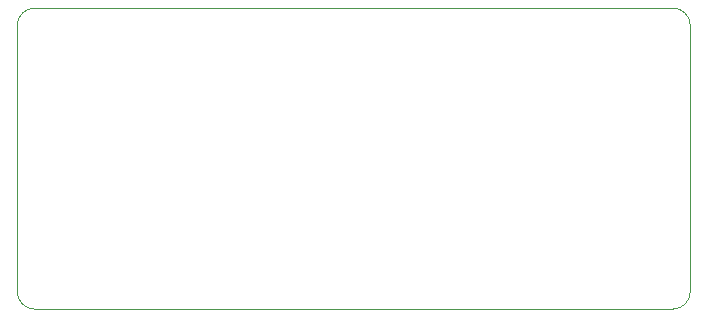
<source format=gbr>
%TF.GenerationSoftware,KiCad,Pcbnew,8.0.6*%
%TF.CreationDate,2025-02-28T22:10:36+01:00*%
%TF.ProjectId,stm8s-target-v1,73746d38-732d-4746-9172-6765742d7631,rev?*%
%TF.SameCoordinates,PX3d09000PY6590fa0*%
%TF.FileFunction,Profile,NP*%
%FSLAX46Y46*%
G04 Gerber Fmt 4.6, Leading zero omitted, Abs format (unit mm)*
G04 Created by KiCad (PCBNEW 8.0.6) date 2025-02-28 22:10:36*
%MOMM*%
%LPD*%
G01*
G04 APERTURE LIST*
%TA.AperFunction,Profile*%
%ADD10C,0.050000*%
%TD*%
G04 APERTURE END LIST*
D10*
X55500000Y25500000D02*
G75*
G02*
X57000000Y24000000I0J-1500000D01*
G01*
X57000000Y1500000D02*
X57000000Y24000000D01*
X0Y24000000D02*
X0Y1500000D01*
X0Y24000000D02*
G75*
G02*
X1500000Y25500000I1500000J0D01*
G01*
X57000000Y1500000D02*
G75*
G02*
X55500000Y0I-1500000J0D01*
G01*
X1500000Y0D02*
G75*
G02*
X0Y1500000I0J1500000D01*
G01*
X55500000Y25500000D02*
X1500000Y25500000D01*
X1500000Y0D02*
X55500000Y0D01*
M02*

</source>
